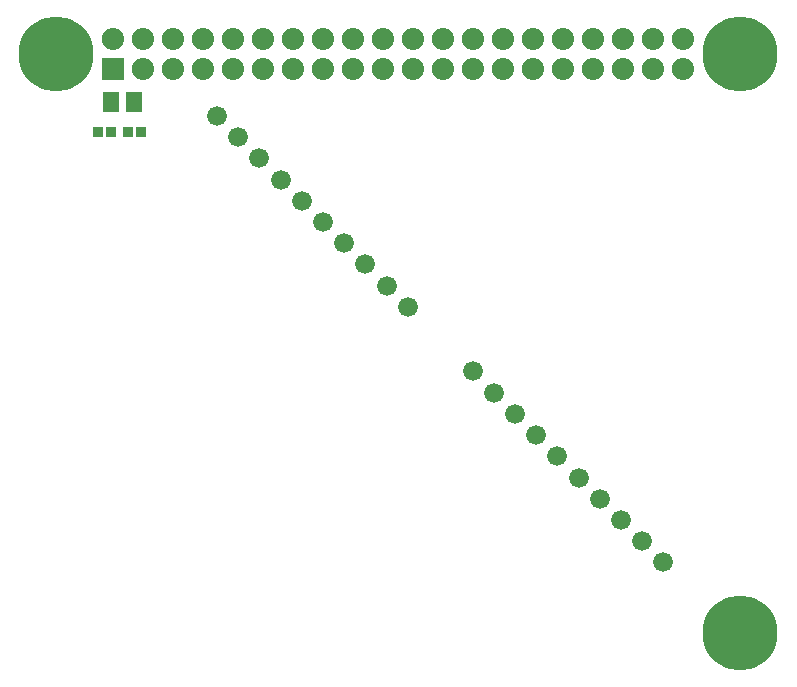
<source format=gts>
%FSLAX46Y46*%
G04 Gerber Fmt 4.6, Leading zero omitted, Abs format (unit mm)*
G04 Created by KiCad (PCBNEW (2014-08-29 BZR 5106)-product) date Mon 08 Sep 2014 01:13:16 PM PDT*
%MOMM*%
G01*
G04 APERTURE LIST*
%ADD10C,0.100000*%
%ADD11C,6.352400*%
%ADD12R,1.452880X1.651000*%
%ADD13R,0.952500X0.850900*%
%ADD14R,1.879600X1.879600*%
%ADD15O,1.879600X1.879600*%
%ADD16C,1.676400*%
G04 APERTURE END LIST*
D10*
D11*
X98044000Y-80010000D03*
X155956000Y-129032000D03*
D12*
X102679500Y-84074000D03*
X104584500Y-84074000D03*
D13*
X104099360Y-86614000D03*
X105196640Y-86614000D03*
X102656640Y-86614000D03*
X101559360Y-86614000D03*
D11*
X155956000Y-80010000D03*
D14*
X102870000Y-81280000D03*
D15*
X102870000Y-78740000D03*
X105410000Y-81280000D03*
X105410000Y-78740000D03*
X107950000Y-81280000D03*
X107950000Y-78740000D03*
X110490000Y-81280000D03*
X110490000Y-78740000D03*
X113030000Y-81280000D03*
X113030000Y-78740000D03*
X115570000Y-81280000D03*
X115570000Y-78740000D03*
X118110000Y-81280000D03*
X118110000Y-78740000D03*
X120650000Y-81280000D03*
X120650000Y-78740000D03*
X123190000Y-81280000D03*
X123190000Y-78740000D03*
X125730000Y-81280000D03*
X125730000Y-78740000D03*
X128270000Y-81280000D03*
X128270000Y-78740000D03*
X130810000Y-81280000D03*
X130810000Y-78740000D03*
X133350000Y-81280000D03*
X133350000Y-78740000D03*
X135890000Y-81280000D03*
X135890000Y-78740000D03*
X138430000Y-81280000D03*
X138430000Y-78740000D03*
X140970000Y-81280000D03*
X140970000Y-78740000D03*
X143510000Y-81280000D03*
X143510000Y-78740000D03*
X146050000Y-81280000D03*
X146050000Y-78740000D03*
X148590000Y-81280000D03*
X148590000Y-78740000D03*
X151130000Y-81280000D03*
X151130000Y-78740000D03*
D16*
X111627969Y-85237369D03*
X113424021Y-87033421D03*
X115220072Y-88829472D03*
X117016123Y-90625523D03*
X118812174Y-92421574D03*
X120608226Y-94217626D03*
X122404277Y-96013677D03*
X124200328Y-97809728D03*
X125996379Y-99605779D03*
X127792431Y-101401831D03*
X133268769Y-106878169D03*
X135064821Y-108674221D03*
X136860872Y-110470272D03*
X138656923Y-112266323D03*
X140452974Y-114062374D03*
X142249026Y-115858426D03*
X144045077Y-117654477D03*
X145841128Y-119450528D03*
X147637179Y-121246579D03*
X149433231Y-123042631D03*
M02*

</source>
